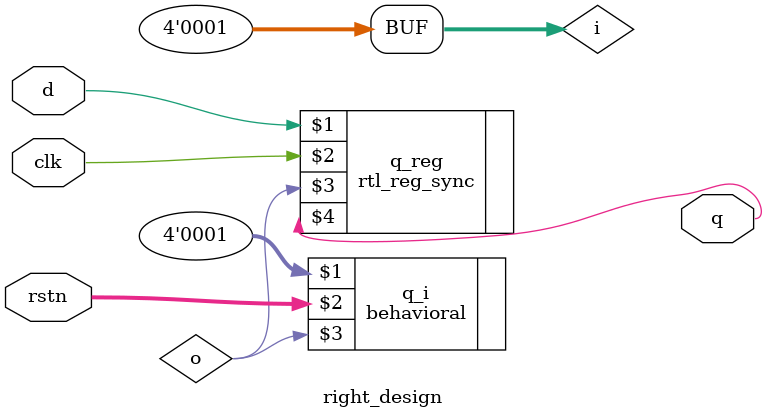
<source format=v>
`include "behavioral.v"
`include "rtl_reg_sync.v"
module right_design (
    input d, clk,
    input [1:0] rstn,
    output q
);

    wire [3:0] i;
    assign i[0] = 1'b1;
    assign i[3:1] = 3'b000;

    wire o;

    behavioral q_i (i, rstn, o);
    rtl_reg_sync q_reg (d, clk, o, q);

endmodule
    
</source>
